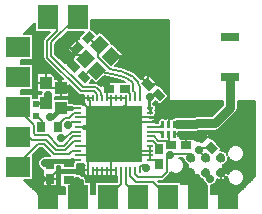
<source format=gtl>
G04 DipTrace 2.4.0.2*
%IN1dB-SBLE.gtl*%
%MOIN*%
%ADD13C,0.008*%
%ADD14C,0.029*%
%ADD15C,0.015*%
%ADD16C,0.006*%
%ADD17C,0.007*%
%ADD18C,0.01*%
%ADD20R,0.063X0.0315*%
%ADD21R,0.0354X0.0276*%
%ADD22R,0.0394X0.0433*%
%ADD23R,0.0276X0.0354*%
%ADD24R,0.0354X0.0295*%
%ADD25R,0.08X0.0669*%
%ADD26R,0.0669X0.08*%
%ADD27R,0.0295X0.0354*%
%ADD28R,0.0197X0.0236*%
%ADD31O,0.0256X0.0079*%
%ADD32O,0.0079X0.0256*%
%ADD33R,0.185X0.185*%
%ADD34C,0.028*%
%ADD36C,0.028*%
%FSLAX44Y44*%
G04*
G70*
G90*
G75*
G01*
%LNTop*%
%LPD*%
X9146Y6353D2*
D13*
X9213D1*
D14*
X9856D1*
X9889Y6387D1*
X10487D1*
X11010Y6910D1*
Y7928D1*
X4862Y7742D2*
D13*
X5040Y7564D1*
X5348D1*
X6258Y4842D2*
Y5172D1*
X7871Y6785D1*
X6258Y4842D2*
X6028D1*
X5971D1*
Y4772D1*
X5186D1*
X5007Y4592D1*
Y4529D1*
X5438Y9106D2*
X5472D1*
X5613Y9247D1*
Y8918D1*
X5848Y8682D1*
X6168D1*
Y8541D1*
X6028Y4846D2*
Y4842D1*
X4702Y8175D2*
Y8531D1*
X4593Y8640D1*
Y8669D1*
Y8506D1*
X5592Y7507D1*
Y7530D1*
X5348Y7564D2*
X5558D1*
X5592Y7530D1*
X5564Y7564D2*
X6074Y7054D1*
X6050D1*
X5908Y7195D1*
X5902D1*
X8315Y6585D2*
X7833D1*
X7597Y6821D1*
X7282D1*
X7578D1*
X7090Y6333D1*
Y5886D1*
X7105Y5872D1*
Y6019D1*
X7871Y6785D1*
X7282Y6821D2*
X6965D1*
X6333D1*
X5959Y7195D1*
X5902D1*
X8950Y6353D2*
Y6571D1*
X8548D1*
Y6556D1*
X8343D1*
X8315Y6585D1*
Y6427D2*
X8404D1*
X8548Y6571D1*
X8257Y7702D2*
X7918Y8042D1*
X7335Y8624D1*
X7031D1*
X5911Y8896D2*
X5648D1*
X5438Y9106D1*
X10854Y4909D2*
Y4908D1*
X10684Y4738D1*
X9146Y6019D2*
X9449D1*
X9478Y5989D1*
X7045Y7224D2*
Y6901D1*
X6965Y6821D1*
X6888Y7224D2*
X7518D1*
X7045D2*
X7203D1*
X7360D1*
X7518D1*
Y6982D1*
X7443D1*
X7282Y6821D1*
X4937Y3937D2*
Y4460D1*
X5007Y4529D1*
X6415Y4842D2*
X6573D1*
X6730D1*
X6888D1*
X7045D1*
X7203D1*
X5933Y5325D2*
X6323D1*
X6358Y5360D1*
X6725D1*
X6731Y5367D1*
X7104D1*
X7457D1*
X7464Y5373D1*
X7830D1*
X7939Y5482D1*
X8315D1*
Y5640D2*
Y5482D1*
Y5325D1*
Y5167D1*
X5933Y6585D2*
X6839D1*
X7090Y6333D1*
X7045Y4842D2*
Y5308D1*
X7104Y5367D1*
X9537Y5680D2*
Y5931D1*
X9478Y5989D1*
X10018Y5941D2*
X9526D1*
X8645Y5023D2*
X8621D1*
X8489Y5154D1*
X8328D1*
X8315Y5167D1*
Y5325D2*
X7879D1*
X7830Y5373D1*
X10937Y3937D2*
X10837D1*
Y4585D1*
X10684Y4738D1*
X5933Y5640D2*
X6725D1*
X7871Y6785D1*
X8315Y6585D2*
X7985D1*
X7909Y6509D1*
X7992Y6427D1*
X8315D1*
X6888Y7224D2*
Y7466D1*
X6972Y7550D1*
X6333Y6821D2*
Y7149D1*
X6258Y7224D1*
X6415D2*
X5931D1*
X5902Y7195D1*
X5775Y8304D2*
Y8311D1*
X5659Y8427D1*
X5285Y8768D2*
Y8953D1*
X5438Y9106D1*
X7414Y8550D2*
Y8545D1*
X8257Y7702D1*
X4575Y9240D2*
Y8687D1*
X4593Y8669D1*
X4545Y4868D2*
Y5287D1*
X4711Y5454D1*
X7873Y8300D2*
X7918Y8255D1*
Y8042D1*
X5933Y6270D2*
X6136D1*
D15*
X6888D1*
X7124Y6033D1*
X7045Y5308D2*
Y5955D1*
X7124Y6033D1*
X8993Y5339D2*
D13*
Y5285D1*
X9089Y5381D1*
X9684D1*
Y5238D1*
X10184Y4738D2*
Y4695D1*
X10332Y4547D1*
X7833Y4842D2*
Y4711D1*
X7942Y4603D1*
X8717D1*
X8883Y4768D1*
Y5229D1*
X8993Y5339D1*
X7990Y4842D2*
Y4943D1*
X8055Y5008D1*
X8102D1*
X8199Y4911D1*
X9963Y5506D2*
Y5460D1*
X10184Y5238D1*
X10380Y5579D2*
X10035D1*
X9963Y5506D1*
X8315Y6112D2*
D16*
X8670D1*
X8758Y6045D1*
X8753Y6019D1*
X5933Y5167D2*
D13*
X5745D1*
D15*
Y5127D1*
X5093D1*
X5007Y5041D1*
X5348Y6895D2*
Y6811D1*
X5269D1*
X5072Y6613D1*
X4986D1*
X4830Y5054D2*
X4994D1*
X5007Y5041D1*
X5612Y5058D2*
Y5132D1*
X5097D1*
X5612Y5135D2*
X4911D1*
X4830Y5054D1*
X5348Y6895D2*
Y6891D1*
X5698D1*
D13*
X5732Y6925D1*
Y6900D1*
X5933D1*
X8753Y6353D2*
D16*
X8669Y6270D1*
X8315D1*
X5937Y9937D2*
D13*
X5896D1*
X5044Y9085D1*
Y8647D1*
X6086Y7606D1*
X6506D1*
G02X6667Y7470I-325J-545D01*
G01*
G02X6730Y7239I-570J-280D01*
G01*
Y7224D1*
X7675D2*
Y7378D1*
X7551Y7502D1*
X7532D1*
X7484Y7550D1*
X6557Y8151D2*
X6345D1*
X6137Y7942D1*
X6557Y8151D2*
X6746D1*
X6814Y8083D1*
G03X7348Y7966I1386J5058D01*
G01*
G02X7722Y7779I-174J-814D01*
G01*
G02X7773Y7665I-64J-97D01*
G01*
Y7482D1*
X7833Y7422D1*
Y7224D1*
X7990D2*
Y7590D1*
G02X7914Y7785I177J182D01*
G01*
G03X7766Y7944I-909J-698D01*
G01*
G03X6989Y8194I-876J-1387D01*
G01*
D17*
X6589Y8594D1*
D13*
Y8832D1*
X6706Y8949D1*
X6641Y9014D1*
X6517D1*
X6273Y9258D1*
X5250Y6273D2*
Y6329D1*
X5488Y6567D1*
X5625D1*
X5800Y6742D1*
X5933D1*
X4699Y6273D2*
X4726D1*
Y6463D1*
X4546Y6642D1*
X4520D1*
Y7036D2*
D18*
Y7067D1*
X4862D1*
Y7073D1*
X8619Y7341D2*
X8313D1*
X8298Y7325D1*
Y6882D1*
X8315Y6900D1*
Y6742D1*
X4862Y7073D2*
Y7259D1*
X4929Y7326D1*
X8316Y7262D2*
Y7341D1*
X8317D1*
X8950Y6019D2*
D16*
Y5814D1*
X8908D1*
X8970D1*
X9025Y5759D1*
Y5680D1*
X8315Y5955D2*
X8469D1*
X8609Y5814D1*
X8908D1*
X8645Y5535D2*
Y5592D1*
X8440Y5797D1*
X8315D1*
X4937Y9937D2*
D13*
X5232D1*
Y9478D1*
X4904Y9150D1*
Y8583D1*
X6033Y7454D1*
X6472D1*
G02X6569Y7216I-109J-183D01*
G01*
X6573Y7224D1*
X5933Y6427D2*
X5703D1*
X5600Y6324D1*
X5933Y6112D2*
X5718D1*
X5497Y5891D1*
X5357D1*
X5933Y5955D2*
X5761D1*
X5452Y5646D1*
X5261D1*
X4916Y5991D1*
X4508D1*
X4448Y6052D1*
Y6338D1*
X3875Y6912D1*
X3962D1*
X3937Y6937D1*
X5933Y5797D2*
X5802D1*
X5507Y5502D1*
X5204D1*
X4855Y5850D1*
X4397D1*
X4310Y5937D1*
X3937D1*
X5933Y5482D2*
X5742D1*
X5621Y5361D1*
X5145D1*
X4798Y5708D1*
X4602D1*
X3831Y4937D1*
X3937D1*
X7360Y4842D2*
Y4360D1*
X6937Y3937D1*
X7518Y4842D2*
Y4356D1*
X7937Y3937D1*
X7675Y4842D2*
Y4631D1*
X7862Y4444D1*
X8430D1*
X8937Y3937D1*
X5937D2*
D15*
Y4182D1*
X5612Y4507D1*
X5910Y4480D2*
X6041D1*
Y3937D1*
X5937D1*
X9830Y4508D2*
Y4593D1*
X9684Y4738D1*
X9937Y3937D2*
Y4486D1*
X9684Y4738D1*
D36*
X4575Y9240D3*
X5600Y6324D3*
X9478Y5989D3*
X9230Y6850D3*
X5357Y5891D3*
X7414Y8550D3*
X4929Y7326D3*
X8316Y7262D3*
X4986Y6613D3*
X4830Y5054D3*
X5592Y7530D3*
X6828Y7739D3*
X4702Y8175D3*
X4593Y8669D3*
X5438Y9106D3*
X5285Y8768D3*
X5738Y9304D3*
X4545Y4868D3*
X10854Y4909D3*
X5910Y4480D3*
X9830Y4508D3*
X8199Y4911D3*
X9963Y5506D3*
X6028Y4846D3*
X4736Y4549D3*
X5659Y8427D3*
X5902Y7195D3*
X8993Y5339D3*
X10332Y4547D3*
X4711Y5454D3*
X7873Y8300D3*
X6949Y9519D3*
X8618Y9650D3*
X8742Y8801D3*
X8701Y8088D3*
X8083Y9294D3*
X10061Y6882D3*
X11623D3*
X10952Y6169D3*
X11653Y5391D3*
X8747Y6937D3*
X6370Y9788D2*
D16*
X8960D1*
X6370Y9730D2*
X8960D1*
X4446Y9671D2*
X4504D1*
X6370D2*
X8960D1*
X4387Y9612D2*
X4504D1*
X6370D2*
X8960D1*
X4328Y9554D2*
X4504D1*
X6370D2*
X8960D1*
X4269Y9495D2*
X4504D1*
X6423D2*
X8960D1*
X4211Y9436D2*
X4996D1*
X5588D2*
X6120D1*
X6482D2*
X8960D1*
X4152Y9378D2*
X4938D1*
X5530D2*
X6062D1*
X6747D2*
X8960D1*
X4435Y9319D2*
X4879D1*
X5471D2*
X6003D1*
X6806D2*
X8960D1*
X4435Y9260D2*
X4821D1*
X5412D2*
X5957D1*
X6865D2*
X8960D1*
X4435Y9202D2*
X4776D1*
X5354D2*
X5893D1*
X6923D2*
X8960D1*
X4435Y9143D2*
X4766D1*
X5295D2*
X5827D1*
X6983D2*
X8960D1*
X4435Y9084D2*
X4766D1*
X5237D2*
X5769D1*
X7040D2*
X8960D1*
X4435Y9026D2*
X4766D1*
X5183D2*
X5710D1*
X7094D2*
X8960D1*
X4435Y8967D2*
X4766D1*
X5183D2*
X5651D1*
X7159D2*
X8960D1*
X4435Y8908D2*
X4766D1*
X5183D2*
X5600D1*
X7217D2*
X8961D1*
X4435Y8849D2*
X4766D1*
X5183D2*
X5592D1*
X7276D2*
X8961D1*
X4435Y8791D2*
X4766D1*
X5183D2*
X5629D1*
X7334D2*
X8961D1*
X4435Y8732D2*
X4766D1*
X5183D2*
X5688D1*
X7393D2*
X8961D1*
X4435Y8673D2*
X4766D1*
X5212D2*
X5747D1*
X7442D2*
X8961D1*
X4435Y8615D2*
X4766D1*
X5270D2*
X5712D1*
X7446D2*
X8961D1*
X4435Y8556D2*
X4768D1*
X5329D2*
X5640D1*
X7405D2*
X8961D1*
X4036Y8497D2*
X4796D1*
X5387D2*
X5581D1*
X7346D2*
X8961D1*
X4036Y8439D2*
X4855D1*
X5446D2*
X5522D1*
X7288D2*
X8961D1*
X4036Y8380D2*
X4914D1*
X7229D2*
X8961D1*
X4435Y8321D2*
X4973D1*
X7170D2*
X8961D1*
X4435Y8263D2*
X5031D1*
X7374D2*
X8961D1*
X4435Y8204D2*
X5090D1*
X7548D2*
X8961D1*
X4435Y8145D2*
X5148D1*
X7682D2*
X8961D1*
X4435Y8087D2*
X5207D1*
X7788D2*
X8961D1*
X4435Y8028D2*
X4567D1*
X5157D2*
X5266D1*
X7875D2*
X8961D1*
X4435Y7969D2*
X4567D1*
X5157D2*
X5324D1*
X7936D2*
X8137D1*
X8321D2*
X8961D1*
X4435Y7910D2*
X4567D1*
X5157D2*
X5383D1*
X6759D2*
X6967D1*
X7987D2*
X8078D1*
X8380D2*
X8962D1*
X4435Y7852D2*
X4567D1*
X6701D2*
X7231D1*
X8439D2*
X8962D1*
X4435Y7793D2*
X4567D1*
X6375D2*
X6445D1*
X6642D2*
X7446D1*
X8498D2*
X8962D1*
X4435Y7734D2*
X4567D1*
X6545D2*
X6697D1*
X8556D2*
X8962D1*
X4435Y7676D2*
X4567D1*
X6642D2*
X6697D1*
X8578D2*
X8962D1*
X4435Y7617D2*
X4567D1*
X5643D2*
X5677D1*
X8674D2*
X8962D1*
X4435Y7558D2*
X4567D1*
X5643D2*
X5735D1*
X8733D2*
X8962D1*
X4037Y7500D2*
X4567D1*
X5643D2*
X5794D1*
X8791D2*
X8962D1*
X4037Y7441D2*
X4567D1*
X5643D2*
X5853D1*
X8850D2*
X8962D1*
X4037Y7382D2*
X4698D1*
X5643D2*
X5911D1*
X8909D2*
X8962D1*
X4435Y7324D2*
X4567D1*
X5643D2*
X6002D1*
X4435Y7265D2*
X4567D1*
X5643D2*
X6120D1*
X8927D2*
X8962D1*
X5157Y7206D2*
X6120D1*
X8872D2*
X8962D1*
X5643Y7148D2*
X6120D1*
X8813D2*
X8962D1*
X5643Y7089D2*
X6129D1*
X8477D2*
X8539D1*
X8754D2*
X10767D1*
X11254D2*
X11827D1*
X6044Y7030D2*
X6101D1*
X8446D2*
X8612D1*
X8681D2*
X10767D1*
X11254D2*
X11827D1*
X8520Y6971D2*
X10730D1*
X11254D2*
X11827D1*
X8541Y6913D2*
X10672D1*
X11254D2*
X11827D1*
X8533Y6854D2*
X10613D1*
X11247D2*
X11828D1*
X8530Y6795D2*
X10554D1*
X11224D2*
X11828D1*
X8542Y6737D2*
X10496D1*
X11179D2*
X11828D1*
X8525Y6678D2*
X10436D1*
X11120D2*
X11828D1*
X8537Y6619D2*
X9836D1*
X11061D2*
X11828D1*
X8539Y6561D2*
X9091D1*
X11003D2*
X11829D1*
X8518Y6502D2*
X8615D1*
X10943D2*
X11829D1*
X8541Y6443D2*
X8606D1*
X10885D2*
X11829D1*
X10826Y6385D2*
X11829D1*
X10767Y6326D2*
X11829D1*
X10709Y6267D2*
X11830D1*
X10649Y6209D2*
X11830D1*
X10505Y6150D2*
X11830D1*
X10199Y6091D2*
X11830D1*
X10257Y6032D2*
X11831D1*
X10316Y5974D2*
X11831D1*
X10339Y5915D2*
X11831D1*
X10433Y5856D2*
X11831D1*
X10493Y5798D2*
X11831D1*
X10551Y5739D2*
X11831D1*
X10610Y5680D2*
X11831D1*
X10669Y5622D2*
X11025D1*
X11344D2*
X11831D1*
X4650Y5563D2*
X4751D1*
X10700D2*
X10961D1*
X11408D2*
X11831D1*
X4592Y5504D2*
X4809D1*
X10688D2*
X10924D1*
X11444D2*
X11831D1*
X4533Y5446D2*
X4868D1*
X10824D2*
X10905D1*
X11464D2*
X11832D1*
X4475Y5387D2*
X4927D1*
X11469D2*
X11832D1*
X4435Y5328D2*
X4985D1*
X11463D2*
X11832D1*
X4435Y5270D2*
X4738D1*
X11443D2*
X11832D1*
X4435Y5211D2*
X4653D1*
X11406D2*
X11833D1*
X4435Y5152D2*
X4614D1*
X10922D2*
X11029D1*
X11339D2*
X11833D1*
X4435Y5093D2*
X4595D1*
X10890D2*
X11833D1*
X4435Y5035D2*
X4592D1*
X5890D2*
X6101D1*
X10830D2*
X11833D1*
X4435Y4976D2*
X4605D1*
X5888D2*
X6129D1*
X10763D2*
X11833D1*
X4435Y4917D2*
X4636D1*
X5243D2*
X5336D1*
X5888D2*
X6120D1*
X10860D2*
X11834D1*
X4435Y4859D2*
X4697D1*
X5243D2*
X5336D1*
X5888D2*
X6120D1*
X10906D2*
X11109D1*
X11260D2*
X11834D1*
X4435Y4800D2*
X4770D1*
X5243D2*
X6120D1*
X10929D2*
X10996D1*
X11373D2*
X11834D1*
X4435Y4741D2*
X4770D1*
X5243D2*
X5336D1*
X5888D2*
X6121D1*
X11424D2*
X11834D1*
X4435Y4683D2*
X4770D1*
X5243D2*
X5336D1*
X6028D2*
X6141D1*
X11453D2*
X11834D1*
X4435Y4624D2*
X4770D1*
X5243D2*
X5336D1*
X6131D2*
X6231D1*
X6285D2*
X6388D1*
X6443D2*
X6546D1*
X6600D2*
X6703D1*
X6758D2*
X6861D1*
X6915D2*
X7017D1*
X7073D2*
X7175D1*
X11468D2*
X11832D1*
X4435Y4565D2*
X4770D1*
X5243D2*
X5336D1*
X6190D2*
X7222D1*
X10867D2*
X10901D1*
X11468D2*
X11773D1*
X4142Y4507D2*
X4770D1*
X5243D2*
X5336D1*
X6212D2*
X7222D1*
X10777D2*
X10912D1*
X11457D2*
X11715D1*
X4200Y4448D2*
X4770D1*
X5243D2*
X5336D1*
X6214D2*
X7222D1*
X10549D2*
X10937D1*
X11432D2*
X11656D1*
X4258Y4389D2*
X4770D1*
X5243D2*
X5336D1*
X6370D2*
X6504D1*
X10508D2*
X10982D1*
X11386D2*
X11597D1*
X4316Y4331D2*
X4770D1*
X5243D2*
X5336D1*
X6370D2*
X6504D1*
X10422D2*
X11071D1*
X11298D2*
X11539D1*
X4375Y4272D2*
X4770D1*
X5243D2*
X5336D1*
X6370D2*
X6504D1*
X10370D2*
X11480D1*
X4433Y4213D2*
X5504D1*
X6370D2*
X6504D1*
X10370D2*
X11421D1*
X4492Y4154D2*
X5504D1*
X6370D2*
X6504D1*
X10370D2*
X11362D1*
X4550Y4096D2*
X5504D1*
X6370D2*
X6504D1*
X10370D2*
X11304D1*
X4608Y4037D2*
X5504D1*
X6370D2*
X6504D1*
X10370D2*
X11245D1*
X8930Y6554D2*
X8999D1*
X9034Y6547D1*
X9049Y6541D1*
X9079Y6552D1*
X9101Y6563D1*
X9129Y6575D1*
X9157Y6584D1*
X9187Y6589D1*
X9273Y6591D1*
X9769D1*
X9795Y6605D1*
X9824Y6615D1*
X9853Y6621D1*
X9889Y6624D1*
X10389D1*
X10773Y7009D1*
Y7123D1*
X8998Y7126D1*
X8973Y7141D1*
X8968Y7156D1*
X8965Y9846D1*
X6364Y9847D1*
Y9547D1*
X6494Y9418D1*
X6551Y9361D1*
X6589Y9399D1*
X6614Y9417D1*
X6642Y9426D1*
X6672Y9425D1*
X6700Y9415D1*
X6720Y9399D1*
X7026Y9093D1*
X7044Y9069D1*
X7055Y9036D1*
X7078Y9030D1*
X7099Y9019D1*
X7131Y8988D1*
X7424Y8694D1*
X7436Y8674D1*
X7442Y8651D1*
Y8627D1*
X7436Y8604D1*
X7425Y8583D1*
X7395Y8552D1*
X7153Y8309D1*
X7210Y8299D1*
X7355Y8267D1*
X7524Y8212D1*
X7687Y8140D1*
X7831Y8059D1*
X7858Y8039D1*
X7935Y7964D1*
X8022Y7861D1*
X8028Y7855D1*
X8173Y7998D1*
X8194Y8010D1*
X8217Y8017D1*
X8241D1*
X8264Y8011D1*
X8285Y7999D1*
X8316Y7969D1*
X8553Y7731D1*
X8565Y7710D1*
X8571Y7687D1*
Y7663D1*
X8570Y7653D1*
X8579Y7655D1*
X8608Y7654D1*
X8637Y7644D1*
X8656Y7629D1*
X8907Y7378D1*
X8924Y7354D1*
X8933Y7325D1*
X8932Y7295D1*
X8922Y7267D1*
X8907Y7247D1*
X8712Y7052D1*
X8688Y7035D1*
X8659Y7026D1*
X8629Y7027D1*
X8601Y7037D1*
X8581Y7052D1*
X8507Y7127D1*
X8482Y7099D1*
X8460Y7079D1*
X8441Y7066D1*
X8440Y7026D1*
X8470Y7014D1*
X8494Y6996D1*
X8513Y6973D1*
X8527Y6946D1*
X8534Y6917D1*
X8535Y6900D1*
X8532Y6870D1*
X8522Y6842D1*
X8509Y6822D1*
X8527Y6789D1*
X8534Y6760D1*
X8535Y6742D1*
X8532Y6712D1*
X8522Y6684D1*
X8510Y6663D1*
X8525Y6637D1*
X8533Y6608D1*
X8535Y6579D1*
X8531Y6549D1*
X8519Y6521D1*
X8510Y6505D1*
X8525Y6480D1*
X8533Y6451D1*
X8535Y6421D1*
X8531Y6392D1*
X8610D1*
X8611Y6462D1*
X8616Y6491D1*
X8630Y6517D1*
X8652Y6538D1*
X8679Y6551D1*
X8703Y6554D1*
X8802D1*
X8837Y6547D1*
X8852Y6541D1*
X8880Y6552D1*
X8930Y6554D1*
X6006Y9316D2*
X6134Y9444D1*
X5591Y9445D1*
X5176Y9030D1*
X5177Y8702D1*
X5485Y8394D1*
X5534Y8444D1*
X5691Y8600D1*
X5712Y8612D1*
X5735Y8619D1*
X5759D1*
X5782Y8613D1*
X5796Y8606D1*
X5808Y8618D1*
X5619Y8807D1*
X5606Y8827D1*
X5598Y8849D1*
X5596Y8873D1*
X5601Y8897D1*
X5611Y8918D1*
X5628Y8937D1*
X5883Y9192D1*
X5904Y9204D1*
X5927Y9210D1*
X5951D1*
X5961Y9208D1*
X5959Y9217D1*
X5960Y9247D1*
X5970Y9275D1*
X5985Y9295D1*
X6006Y9316D1*
X6410Y7834D2*
X6314Y7739D1*
X6506Y7738D1*
X6536Y7735D1*
X6561Y7727D1*
X6608Y7696D1*
X6688Y7637D1*
X6703Y7621D1*
Y7780D1*
X7482D1*
X7405Y7813D1*
X7318Y7837D1*
X7186Y7861D1*
X6794Y7951D1*
X6609Y7765D1*
X6584Y7748D1*
X6556Y7739D1*
X6526Y7740D1*
X6498Y7750D1*
X6469Y7775D1*
X6410Y7834D1*
X5152Y7204D2*
X5637D1*
Y7058D1*
X5698Y7059D1*
X5746Y7057D1*
X5780Y7049D1*
X5810Y7032D1*
X5804Y7036D1*
X5822Y7032D1*
X6022Y7031D1*
X6031D1*
X6060Y7026D1*
X6088Y7014D1*
X6106Y7000D1*
X6107Y7051D1*
X6157D1*
X6142Y7072D1*
X6131Y7100D1*
X6126Y7130D1*
Y7321D1*
X6033D1*
X6003Y7325D1*
X5975Y7334D1*
X5949Y7351D1*
X5940Y7360D1*
X5637Y7663D1*
Y7591D1*
Y7255D1*
X5151D1*
X5152Y7203D1*
Y7873D2*
X5427D1*
X4810Y8489D1*
X4792Y8513D1*
X4779Y8540D1*
X4772Y8570D1*
X4771Y8583D1*
Y9150D1*
X4775Y9180D1*
X4785Y9208D1*
X4801Y9234D1*
X4810Y9244D1*
X5011Y9445D1*
X4510D1*
Y9742D1*
X4132Y9364D1*
X4429D1*
Y8510D1*
X4031D1*
X4030Y8365D1*
X4225Y8364D1*
X4429D1*
Y7510D1*
X4031D1*
Y7364D1*
X4429D1*
Y7247D1*
X4574D1*
X4573Y7382D1*
X4703D1*
X4710Y7404D1*
X4723Y7434D1*
X4648Y7433D1*
X4573D1*
Y8051D1*
X5152D1*
Y7873D1*
X4806Y5311D2*
X5008D1*
X4744Y5576D1*
X4657Y5575D1*
X4429Y5347D1*
Y5124D1*
Y4510D1*
X4132D1*
X4614Y4026D1*
X5509D1*
X5510Y4267D1*
X5342D1*
Y4747D1*
X5881D1*
Y4710D1*
X5925Y4711D1*
X5954Y4708D1*
X5983Y4700D1*
X6011Y4689D1*
X6037Y4674D1*
X6074Y4643D1*
X6106Y4634D1*
X6133Y4620D1*
X6156Y4601D1*
X6176Y4578D1*
X6191Y4553D1*
X6202Y4525D1*
X6208Y4480D1*
Y4430D1*
X6364Y4429D1*
Y4025D1*
X6511Y4026D1*
X6510Y4285D1*
Y4429D1*
X7227D1*
X7228Y4624D1*
X7194Y4622D1*
X7164Y4628D1*
X7137Y4640D1*
X7124Y4648D1*
X7101Y4634D1*
X7072Y4625D1*
X7042Y4622D1*
X7013Y4626D1*
X6985Y4637D1*
X6966Y4648D1*
X6943Y4634D1*
X6915Y4625D1*
X6885Y4622D1*
X6855Y4626D1*
X6827Y4637D1*
X6809Y4648D1*
X6786Y4634D1*
X6757Y4625D1*
X6727Y4622D1*
X6698Y4626D1*
X6670Y4637D1*
X6652Y4648D1*
X6628Y4634D1*
X6600Y4625D1*
X6570Y4622D1*
X6540Y4626D1*
X6512Y4637D1*
X6494Y4648D1*
X6471Y4634D1*
X6442Y4625D1*
X6412Y4622D1*
X6383Y4626D1*
X6355Y4637D1*
X6337Y4648D1*
X6313Y4634D1*
X6285Y4625D1*
X6255Y4622D1*
X6225Y4626D1*
X6197Y4637D1*
X6172Y4654D1*
X6152Y4675D1*
X6137Y4701D1*
X6128Y4730D1*
X6126Y4760D1*
X6127Y4943D1*
X6133Y4972D1*
X6145Y5000D1*
X6157Y5016D1*
X6107D1*
Y5067D1*
X6077Y5048D1*
X6049Y5038D1*
X6022Y5035D1*
X5883D1*
X5881Y5028D1*
Y4818D1*
X5342D1*
Y4960D1*
X5236D1*
X5237Y4861D1*
X5236Y4772D1*
X5237Y4751D1*
Y4260D1*
X4776D1*
X4775Y4828D1*
X4747Y4837D1*
X4720Y4849D1*
X4694Y4865D1*
X4671Y4884D1*
X4651Y4906D1*
X4633Y4930D1*
X4619Y4957D1*
X4608Y4985D1*
X4601Y5014D1*
X4598Y5043D1*
Y5073D1*
X4603Y5103D1*
X4611Y5132D1*
X4623Y5159D1*
X4638Y5185D1*
X4657Y5209D1*
X4678Y5230D1*
X4702Y5248D1*
X4728Y5263D1*
X4756Y5274D1*
X4777Y5279D1*
X4776Y5311D1*
X4806D1*
X10364Y4293D2*
Y4025D1*
X11239Y4026D1*
X11841Y4627D1*
X11839Y5214D1*
X11832Y7123D1*
X11248Y7125D1*
Y6910D1*
X11246Y6880D1*
X11240Y6851D1*
X11231Y6822D1*
X11218Y6795D1*
X11202Y6770D1*
X11178Y6742D1*
X10655Y6219D1*
X10632Y6199D1*
X10607Y6182D1*
X10581Y6169D1*
X10553Y6159D1*
X10523Y6152D1*
X10487Y6149D1*
X10136Y6148D1*
X10314Y5969D1*
X10326Y5949D1*
X10332Y5926D1*
Y5902D1*
X10330Y5891D1*
X10369Y5892D1*
X10397Y5882D1*
X10417Y5867D1*
X10668Y5616D1*
X10685Y5592D1*
X10694Y5564D1*
X10693Y5534D1*
X10680Y5502D1*
X10667Y5485D1*
X10692D1*
X10738Y5479D1*
X10779Y5467D1*
X10817Y5447D1*
X10851Y5421D1*
X10880Y5389D1*
X10903Y5353D1*
X10909Y5340D1*
X10905Y5381D1*
X10906Y5410D1*
X10910Y5440D1*
X10917Y5469D1*
X10927Y5498D1*
X10940Y5524D1*
X10956Y5550D1*
X10975Y5573D1*
X10996Y5595D1*
X11019Y5614D1*
X11044Y5630D1*
X11071Y5644D1*
X11099Y5654D1*
X11128Y5662D1*
X11158Y5666D1*
X11188Y5668D1*
X11218Y5666D1*
X11247Y5661D1*
X11276Y5652D1*
X11304Y5641D1*
X11330Y5627D1*
X11355Y5610D1*
X11378Y5590D1*
X11398Y5568D1*
X11416Y5544D1*
X11432Y5519D1*
X11444Y5491D1*
X11454Y5463D1*
X11460Y5434D1*
X11464Y5388D1*
X11462Y5358D1*
X11457Y5329D1*
X11449Y5300D1*
X11438Y5272D1*
X11424Y5245D1*
X11408Y5220D1*
X11389Y5198D1*
X11367Y5177D1*
X11343Y5158D1*
X11318Y5143D1*
X11291Y5130D1*
X11262Y5120D1*
X11233Y5113D1*
X11203Y5110D1*
X11173Y5109D1*
X11143Y5112D1*
X11114Y5118D1*
X11085Y5127D1*
X11058Y5139D1*
X11032Y5154D1*
X11008Y5172D1*
X10986Y5192D1*
X10966Y5214D1*
X10948Y5239D1*
X10929Y5275D1*
X10931Y5228D1*
X10926Y5185D1*
X10913Y5144D1*
X10893Y5106D1*
X10867Y5072D1*
X10835Y5043D1*
X10799Y5019D1*
X10759Y5003D1*
X10758Y5002D1*
Y4974D1*
X10787Y4963D1*
X10816Y4947D1*
X10851Y4921D1*
X10880Y4889D1*
X10903Y4853D1*
X10918Y4819D1*
X10929Y4777D1*
X10932Y4734D1*
X10929Y4701D1*
X10956Y4750D1*
X10975Y4773D1*
X10996Y4795D1*
X11019Y4814D1*
X11044Y4830D1*
X11071Y4844D1*
X11099Y4854D1*
X11128Y4862D1*
X11158Y4866D1*
X11188Y4868D1*
X11218Y4866D1*
X11247Y4861D1*
X11276Y4852D1*
X11304Y4841D1*
X11330Y4827D1*
X11355Y4810D1*
X11378Y4790D1*
X11398Y4768D1*
X11416Y4744D1*
X11432Y4719D1*
X11444Y4691D1*
X11454Y4663D1*
X11460Y4634D1*
X11464Y4588D1*
X11462Y4558D1*
X11457Y4529D1*
X11449Y4500D1*
X11438Y4472D1*
X11424Y4445D1*
X11408Y4420D1*
X11389Y4398D1*
X11367Y4377D1*
X11343Y4358D1*
X11318Y4343D1*
X11291Y4330D1*
X11262Y4320D1*
X11233Y4313D1*
X11203Y4310D1*
X11173Y4309D1*
X11143Y4312D1*
X11114Y4318D1*
X11085Y4327D1*
X11058Y4339D1*
X11032Y4354D1*
X11008Y4372D1*
X10986Y4392D1*
X10966Y4414D1*
X10948Y4439D1*
X10934Y4465D1*
X10922Y4492D1*
X10913Y4521D1*
X10908Y4551D1*
X10905Y4581D1*
X10906Y4610D1*
X10909Y4635D1*
X10893Y4606D1*
X10867Y4572D1*
X10835Y4543D1*
X10799Y4520D1*
X10760Y4503D1*
X10717Y4493D1*
X10674Y4491D1*
X10638Y4495D1*
X10596Y4507D1*
X10563Y4523D1*
X10557Y4488D1*
X10548Y4459D1*
X10534Y4432D1*
X10518Y4407D1*
X10498Y4385D1*
X10476Y4364D1*
X10451Y4347D1*
X10425Y4334D1*
X10397Y4324D1*
X10374Y4319D1*
X10369Y4304D1*
X8950Y6554D2*
Y6353D1*
X5911Y9206D2*
Y8896D1*
X5601D2*
X5911D1*
X5775Y8615D2*
Y8304D1*
X5348Y7873D2*
Y7255D1*
Y7564D2*
X5637D1*
X6972Y7780D2*
Y7550D1*
X8257Y8013D2*
Y7702D1*
X8568D1*
X5007Y4529D2*
Y4260D1*
X4776Y4529D2*
X5237D1*
X4862Y8051D2*
Y7742D1*
X4573D2*
X4862D1*
X10018Y5941D2*
X10328D1*
X10684Y4738D2*
Y4491D1*
Y4738D2*
X10932D1*
X6258Y4842D2*
Y4622D1*
X6126Y4842D2*
X6258D1*
X6415D2*
Y4622D1*
X6573Y4842D2*
Y4622D1*
X6730Y4842D2*
Y4622D1*
X6888Y4842D2*
Y4622D1*
X7045Y4842D2*
Y4622D1*
X7203Y4842D2*
Y4622D1*
X8315Y6427D2*
X8535D1*
X8315Y6585D2*
X8535D1*
X6126Y7224D2*
X6258D1*
X7031Y8624D2*
X7442D1*
X9382Y5191D2*
X9436D1*
X9456Y5074D2*
X9494D1*
X9468Y5015D2*
X9573D1*
X9467Y4956D2*
X9573D1*
X9454Y4898D2*
X9573D1*
X9426Y4839D2*
X9573D1*
X9377Y4781D2*
X9573D1*
X9013Y4722D2*
X9094D1*
X9275D2*
X9573D1*
X8972Y4664D2*
X9943D1*
X8913Y4605D2*
X9970D1*
X8855Y4547D2*
X10022D1*
X8789Y4488D2*
X10101D1*
X8637Y4430D2*
X10126D1*
X9938Y4371D2*
X10175D1*
X9438Y5221D2*
Y5248D1*
X9415Y5249D1*
X9283D1*
X9328Y5228D1*
X9353Y5211D1*
X9375Y5192D1*
X9396Y5170D1*
X9414Y5146D1*
X9430Y5121D1*
X9443Y5094D1*
X9453Y5066D1*
X9459Y5037D1*
X9464Y4988D1*
X9462Y4958D1*
X9457Y4929D1*
X9449Y4900D1*
X9438Y4872D1*
X9424Y4846D1*
X9408Y4821D1*
X9389Y4798D1*
X9367Y4777D1*
X9343Y4759D1*
X9318Y4743D1*
X9291Y4730D1*
X9263Y4720D1*
X9234Y4714D1*
X9204Y4710D1*
X9174Y4709D1*
X9144Y4712D1*
X9115Y4718D1*
X9086Y4727D1*
X9059Y4739D1*
X9016Y4766D1*
X9014Y4751D1*
X9007Y4722D1*
X8994Y4695D1*
X8956Y4654D1*
X8811Y4509D1*
X8788Y4490D1*
X8761Y4478D1*
X8731Y4471D1*
X8591Y4470D1*
X8633Y4429D1*
X8929D1*
X9364D1*
Y4374D1*
X10182Y4370D1*
X10154Y4398D1*
X10136Y4423D1*
X10122Y4449D1*
X10111Y4477D1*
X10104Y4505D1*
X10068Y4520D1*
X10032Y4544D1*
X10000Y4573D1*
X9975Y4608D1*
X9955Y4646D1*
X9948Y4668D1*
X9579Y4669D1*
Y5015D1*
X9554Y5028D1*
X9518Y5056D1*
X9489Y5088D1*
X9466Y5124D1*
X9449Y5164D1*
X9440Y5206D1*
X9438Y5221D1*
X9256Y6095D2*
X10255D1*
X9257Y6037D2*
X10221D1*
X9265Y5978D2*
X10186D1*
X9317Y5920D2*
X10152D1*
X9370Y5861D2*
X10117D1*
X9892Y5803D2*
X10082D1*
X9826Y6116D2*
X9251D1*
Y5987D1*
X9373Y5851D1*
X9723D1*
X10058Y5752D1*
X10293Y6149D1*
X9977Y6150D1*
X9950Y6135D1*
X9921Y6125D1*
X9892Y6119D1*
X9856Y6116D1*
X9826D1*
D20*
X11010Y7928D3*
Y9266D3*
G36*
X9196Y6245D2*
X9097D1*
Y6462D1*
X9196D1*
Y6245D1*
G37*
G36*
X8999D2*
X8900D1*
Y6462D1*
X8999D1*
Y6245D1*
G37*
G36*
X8802D2*
X8703D1*
Y6462D1*
X8802D1*
Y6245D1*
G37*
G36*
Y5910D2*
X8703D1*
Y6127D1*
X8802D1*
Y5910D1*
G37*
G36*
X8999D2*
X8900D1*
Y6127D1*
X8999D1*
Y5910D1*
G37*
G36*
X9196D2*
X9097D1*
Y6127D1*
X9196D1*
Y5910D1*
G37*
G36*
X6245Y9035D2*
X6051Y9230D1*
X6301Y9480D1*
X6496Y9285D1*
X6245Y9035D1*
G37*
G36*
X5884Y8673D2*
X5689Y8868D1*
X5939Y9118D1*
X6134Y8924D1*
X5884Y8673D1*
G37*
G36*
X6360Y7915D2*
X6165Y7720D1*
X5914Y7970D1*
X6109Y8165D1*
X6360Y7915D1*
G37*
G36*
X5998Y8276D2*
X5803Y8082D1*
X5552Y8332D1*
X5747Y8527D1*
X5998Y8276D1*
G37*
D21*
X9025Y5680D3*
X9537D3*
D22*
X5348Y6895D3*
Y7564D3*
D21*
X7484Y7550D3*
X6972D3*
G36*
X8396Y7368D2*
X8591Y7563D1*
X8842Y7313D1*
X8647Y7118D1*
X8396Y7368D1*
G37*
G36*
X8034Y7730D2*
X8229Y7925D1*
X8480Y7675D1*
X8285Y7480D1*
X8034Y7730D1*
G37*
D23*
X8645Y5535D3*
Y5023D3*
X5007Y5041D3*
Y4529D3*
D22*
X4862Y7073D3*
Y7742D3*
D24*
X5612Y5058D3*
Y4507D3*
D25*
X3937Y8937D3*
Y7937D3*
Y6937D3*
Y5937D3*
Y4937D3*
D26*
X4937Y9937D3*
X5937D3*
X6937Y3937D3*
X7937D3*
X8937D3*
D27*
X5250Y6273D3*
X4699D3*
D28*
X4520Y6642D3*
Y7036D3*
D26*
X4937Y3937D3*
X5937D3*
X9937D3*
X10937D3*
G36*
X10241Y5913D2*
X10046Y5718D1*
X9795Y5969D1*
X9990Y6164D1*
X10241Y5913D1*
G37*
G36*
X10602Y5551D2*
X10408Y5356D1*
X10157Y5607D1*
X10352Y5802D1*
X10602Y5551D1*
G37*
G36*
X9839Y5238D2*
X9837Y5265D1*
X9830Y5291D1*
X9819Y5316D1*
X9803Y5338D1*
X9784Y5357D1*
X9762Y5373D1*
X9737Y5384D1*
X9711Y5391D1*
X9684Y5393D1*
D1*
X9657Y5391D1*
X9631Y5384D1*
X9607Y5373D1*
X9585Y5357D1*
X9566Y5338D1*
X9550Y5316D1*
X9539Y5291D1*
X9532Y5265D1*
X9529Y5238D1*
D1*
X9532Y5211D1*
X9539Y5185D1*
X9550Y5161D1*
X9566Y5139D1*
X9585Y5120D1*
X9607Y5104D1*
X9631Y5093D1*
X9657Y5086D1*
X9684Y5083D1*
D1*
X9711Y5086D1*
X9737Y5093D1*
X9762Y5104D1*
X9784Y5120D1*
X9803Y5139D1*
X9819Y5161D1*
X9830Y5185D1*
X9837Y5211D1*
X9839Y5238D1*
G37*
G36*
X10339D2*
X10337Y5265D1*
X10330Y5291D1*
X10319Y5316D1*
X10303Y5338D1*
X10284Y5357D1*
X10262Y5373D1*
X10237Y5384D1*
X10211Y5391D1*
X10184Y5393D1*
D1*
X10157Y5391D1*
X10131Y5384D1*
X10107Y5373D1*
X10085Y5357D1*
X10066Y5338D1*
X10050Y5316D1*
X10039Y5291D1*
X10032Y5265D1*
X10029Y5238D1*
D1*
X10032Y5211D1*
X10039Y5185D1*
X10050Y5161D1*
X10066Y5139D1*
X10085Y5120D1*
X10107Y5104D1*
X10131Y5093D1*
X10157Y5086D1*
X10184Y5083D1*
D1*
X10211Y5086D1*
X10237Y5093D1*
X10262Y5104D1*
X10284Y5120D1*
X10303Y5139D1*
X10319Y5161D1*
X10330Y5185D1*
X10337Y5211D1*
X10339Y5238D1*
G37*
G36*
X10839D2*
X10837Y5265D1*
X10830Y5291D1*
X10819Y5316D1*
X10803Y5338D1*
X10784Y5357D1*
X10762Y5373D1*
X10737Y5384D1*
X10711Y5391D1*
X10684Y5393D1*
D1*
X10657Y5391D1*
X10631Y5384D1*
X10607Y5373D1*
X10585Y5357D1*
X10566Y5338D1*
X10550Y5316D1*
X10539Y5291D1*
X10532Y5265D1*
X10529Y5238D1*
D1*
X10532Y5211D1*
X10539Y5185D1*
X10550Y5161D1*
X10566Y5139D1*
X10585Y5120D1*
X10607Y5104D1*
X10631Y5093D1*
X10657Y5086D1*
X10684Y5083D1*
D1*
X10711Y5086D1*
X10737Y5093D1*
X10762Y5104D1*
X10784Y5120D1*
X10803Y5139D1*
X10819Y5161D1*
X10830Y5185D1*
X10837Y5211D1*
X10839Y5238D1*
G37*
G36*
Y4738D2*
X10837Y4765D1*
X10830Y4791D1*
X10819Y4816D1*
X10803Y4838D1*
X10784Y4857D1*
X10762Y4873D1*
X10737Y4884D1*
X10711Y4891D1*
X10684Y4893D1*
D1*
X10657Y4891D1*
X10631Y4884D1*
X10607Y4873D1*
X10585Y4857D1*
X10566Y4838D1*
X10550Y4816D1*
X10539Y4791D1*
X10532Y4765D1*
X10529Y4738D1*
D1*
X10532Y4711D1*
X10539Y4685D1*
X10550Y4661D1*
X10566Y4639D1*
X10585Y4620D1*
X10607Y4604D1*
X10631Y4593D1*
X10657Y4586D1*
X10684Y4583D1*
D1*
X10711Y4586D1*
X10737Y4593D1*
X10762Y4604D1*
X10784Y4620D1*
X10803Y4639D1*
X10819Y4661D1*
X10830Y4685D1*
X10837Y4711D1*
X10839Y4738D1*
G37*
G36*
X10339D2*
X10337Y4765D1*
X10330Y4791D1*
X10319Y4816D1*
X10303Y4838D1*
X10284Y4857D1*
X10262Y4873D1*
X10237Y4884D1*
X10211Y4891D1*
X10184Y4893D1*
D1*
X10157Y4891D1*
X10131Y4884D1*
X10107Y4873D1*
X10085Y4857D1*
X10066Y4838D1*
X10050Y4816D1*
X10039Y4791D1*
X10032Y4765D1*
X10029Y4738D1*
D1*
X10032Y4711D1*
X10039Y4685D1*
X10050Y4661D1*
X10066Y4639D1*
X10085Y4620D1*
X10107Y4604D1*
X10131Y4593D1*
X10157Y4586D1*
X10184Y4583D1*
D1*
X10211Y4586D1*
X10237Y4593D1*
X10262Y4604D1*
X10284Y4620D1*
X10303Y4639D1*
X10319Y4661D1*
X10330Y4685D1*
X10337Y4711D1*
X10339Y4738D1*
G37*
G36*
X9839D2*
X9837Y4765D1*
X9830Y4791D1*
X9819Y4816D1*
X9803Y4838D1*
X9784Y4857D1*
X9762Y4873D1*
X9737Y4884D1*
X9711Y4891D1*
X9684Y4893D1*
D1*
X9657Y4891D1*
X9631Y4884D1*
X9607Y4873D1*
X9585Y4857D1*
X9566Y4838D1*
X9550Y4816D1*
X9539Y4791D1*
X9532Y4765D1*
X9529Y4738D1*
D1*
X9532Y4711D1*
X9539Y4685D1*
X9550Y4661D1*
X9566Y4639D1*
X9585Y4620D1*
X9607Y4604D1*
X9631Y4593D1*
X9657Y4586D1*
X9684Y4583D1*
D1*
X9711Y4586D1*
X9737Y4593D1*
X9762Y4604D1*
X9784Y4620D1*
X9803Y4639D1*
X9819Y4661D1*
X9830Y4685D1*
X9837Y4711D1*
X9839Y4738D1*
G37*
D31*
X5933Y6900D3*
Y6742D3*
Y6585D3*
Y6427D3*
Y6270D3*
Y6112D3*
Y5955D3*
Y5797D3*
Y5640D3*
Y5482D3*
Y5325D3*
Y5167D3*
D32*
X6258Y4842D3*
X6415D3*
X6573D3*
X6730D3*
X6888D3*
X7045D3*
X7203D3*
X7360D3*
X7518D3*
X7675D3*
X7833D3*
X7990D3*
D31*
X8315Y5167D3*
Y5325D3*
Y5482D3*
Y5640D3*
Y5797D3*
Y5955D3*
Y6112D3*
Y6270D3*
Y6427D3*
Y6585D3*
Y6742D3*
Y6900D3*
D32*
X7990Y7224D3*
X7833D3*
X7675D3*
X7518D3*
X7360D3*
X7203D3*
X7045D3*
X6888D3*
X6730D3*
X6573D3*
X6415D3*
X6258D3*
D33*
X7124Y6033D3*
D34*
X6372Y6183D3*
X6672D3*
X6972D3*
X7272D3*
X7572D3*
X7872D3*
X6372Y5881D3*
X6672D3*
X6972D3*
X7272D3*
X7572D3*
X7872D3*
X6374Y6483D3*
X6674D3*
X6974D3*
X7274D3*
X7574D3*
X7874D3*
X6372Y5579D3*
X6672D3*
X6972D3*
X7272D3*
X7572D3*
X7872D3*
X6372Y5277D3*
X6672D3*
X6972D3*
X7272D3*
X7572D3*
X7872D3*
X6371Y6785D3*
X6671D3*
X6971D3*
X7271D3*
X7571D3*
X7871D3*
G36*
X6961Y9028D2*
X6627Y8694D1*
X6321Y9000D1*
X6655Y9334D1*
X6961Y9028D1*
G37*
G36*
X6488Y8555D2*
X6154Y8220D1*
X5847Y8527D1*
X6181Y8861D1*
X6488Y8555D1*
G37*
G36*
X6877Y8165D2*
X6543Y7831D1*
X6237Y8137D1*
X6571Y8471D1*
X6877Y8165D1*
G37*
G36*
X7351Y8638D2*
X7017Y8304D1*
X6710Y8610D1*
X7044Y8944D1*
X7351Y8638D1*
G37*
M02*

</source>
